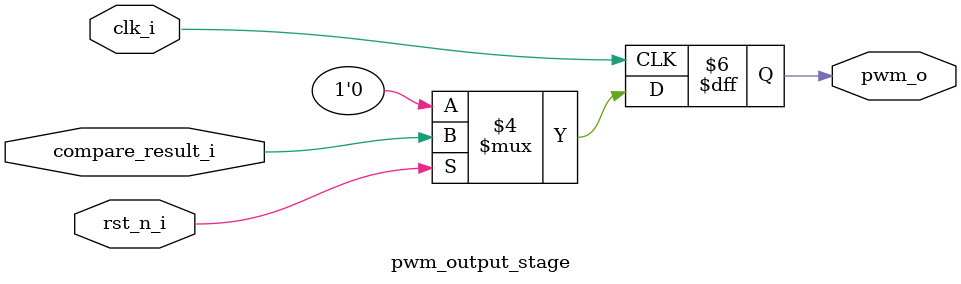
<source format=sv>
module pwm_timer #(
    parameter COUNTER_WIDTH = 12
)(
    input wire clk_i,
    input wire rst_n_i,
    input wire [COUNTER_WIDTH-1:0] period_i,
    input wire [COUNTER_WIDTH-1:0] duty_i,
    output wire pwm_o
);
    // Internal signals for module interconnection
    wire [COUNTER_WIDTH-1:0] counter_value;
    wire [COUNTER_WIDTH-1:0] period_stage1;
    wire [COUNTER_WIDTH-1:0] duty_stage1;
    wire counter_reset;
    wire compare_result;

    // Counter module instantiation
    pwm_counter #(
        .WIDTH(COUNTER_WIDTH)
    ) counter_unit (
        .clk_i(clk_i),
        .rst_n_i(rst_n_i),
        .period_i(period_i),
        .duty_i(duty_i),
        .counter_o(counter_value),
        .period_o(period_stage1),
        .duty_o(duty_stage1),
        .counter_reset_o(counter_reset)
    );

    // Comparator module instantiation
    pwm_comparator #(
        .WIDTH(COUNTER_WIDTH)
    ) comparator_unit (
        .clk_i(clk_i),
        .rst_n_i(rst_n_i),
        .counter_i(counter_value),
        .duty_i(duty_stage1),
        .period_i(period_stage1),
        .compare_result_o(compare_result)
    );

    // Output stage module instantiation
    pwm_output_stage output_unit (
        .clk_i(clk_i),
        .rst_n_i(rst_n_i),
        .compare_result_i(compare_result),
        .pwm_o(pwm_o)
    );
endmodule

//SystemVerilog IEEE 1364-2005
module pwm_counter #(
    parameter WIDTH = 12
)(
    input wire clk_i,
    input wire rst_n_i,
    input wire [WIDTH-1:0] period_i,
    input wire [WIDTH-1:0] duty_i,
    output reg [WIDTH-1:0] counter_o,
    output reg [WIDTH-1:0] period_o,
    output reg [WIDTH-1:0] duty_o,
    output reg counter_reset_o
);
    // First pipeline stage - Counter logic
    always @(posedge clk_i) begin
        if (!rst_n_i) begin
            counter_o <= {WIDTH{1'b0}};
            period_o <= {WIDTH{1'b0}};
            duty_o <= {WIDTH{1'b0}};
            counter_reset_o <= 1'b0;
        end else begin
            // Register inputs
            period_o <= period_i;
            duty_o <= duty_i;
            
            // Counter logic with reset
            if (counter_o >= period_o - 1'b1) begin
                counter_o <= {WIDTH{1'b0}};
                counter_reset_o <= 1'b1;
            end else begin
                counter_o <= counter_o + 1'b1;
                counter_reset_o <= 1'b0;
            end
        end
    end
endmodule

//SystemVerilog IEEE 1364-2005
module pwm_comparator #(
    parameter WIDTH = 12
)(
    input wire clk_i,
    input wire rst_n_i,
    input wire [WIDTH-1:0] counter_i,
    input wire [WIDTH-1:0] duty_i,
    input wire [WIDTH-1:0] period_i,
    output reg compare_result_o
);
    // Pipeline registers
    reg [WIDTH-1:0] period_stage2;
    reg [WIDTH-1:0] duty_stage2;
    
    // Second pipeline stage - Comparison logic
    always @(posedge clk_i) begin
        if (!rst_n_i) begin
            period_stage2 <= {WIDTH{1'b0}};
            duty_stage2 <= {WIDTH{1'b0}};
            compare_result_o <= 1'b0;
        end else begin
            // Pass values to next stage
            period_stage2 <= period_i;
            duty_stage2 <= duty_i;
            
            // Compare counter with duty cycle
            compare_result_o <= (counter_i < duty_i) ? 1'b1 : 1'b0;
        end
    end
endmodule

//SystemVerilog IEEE 1364-2005
module pwm_output_stage (
    input wire clk_i,
    input wire rst_n_i,
    input wire compare_result_i,
    output reg pwm_o
);
    // Third pipeline stage - Output logic
    always @(posedge clk_i) begin
        if (!rst_n_i) begin
            pwm_o <= 1'b0;
        end else begin
            // Final PWM output
            pwm_o <= compare_result_i;
        end
    end
endmodule
</source>
